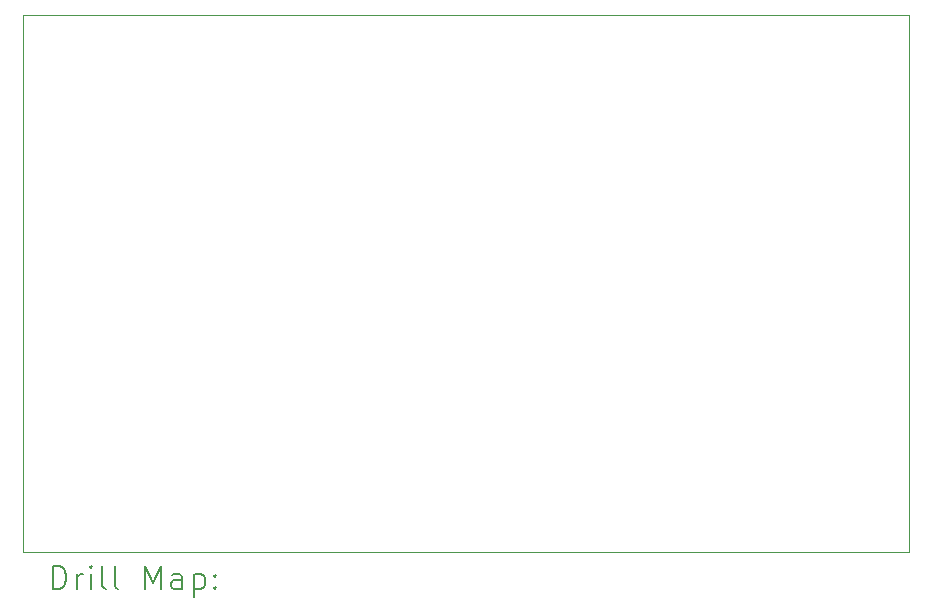
<source format=gbr>
%TF.GenerationSoftware,KiCad,Pcbnew,9.0.6*%
%TF.CreationDate,2025-12-17T23:03:54-08:00*%
%TF.ProjectId,LichKingChorus,4c696368-4b69-46e6-9743-686f7275732e,rev?*%
%TF.SameCoordinates,Original*%
%TF.FileFunction,Drillmap*%
%TF.FilePolarity,Positive*%
%FSLAX45Y45*%
G04 Gerber Fmt 4.5, Leading zero omitted, Abs format (unit mm)*
G04 Created by KiCad (PCBNEW 9.0.6) date 2025-12-17 23:03:54*
%MOMM*%
%LPD*%
G01*
G04 APERTURE LIST*
%ADD10C,0.100000*%
%ADD11C,0.200000*%
G04 APERTURE END LIST*
D10*
X12450000Y-7200000D02*
X19950000Y-7200000D01*
X19950000Y-11750000D01*
X12450000Y-11750000D01*
X12450000Y-7200000D01*
D11*
X12705777Y-12066484D02*
X12705777Y-11866484D01*
X12705777Y-11866484D02*
X12753396Y-11866484D01*
X12753396Y-11866484D02*
X12781967Y-11876008D01*
X12781967Y-11876008D02*
X12801015Y-11895055D01*
X12801015Y-11895055D02*
X12810539Y-11914103D01*
X12810539Y-11914103D02*
X12820062Y-11952198D01*
X12820062Y-11952198D02*
X12820062Y-11980769D01*
X12820062Y-11980769D02*
X12810539Y-12018865D01*
X12810539Y-12018865D02*
X12801015Y-12037912D01*
X12801015Y-12037912D02*
X12781967Y-12056960D01*
X12781967Y-12056960D02*
X12753396Y-12066484D01*
X12753396Y-12066484D02*
X12705777Y-12066484D01*
X12905777Y-12066484D02*
X12905777Y-11933150D01*
X12905777Y-11971246D02*
X12915301Y-11952198D01*
X12915301Y-11952198D02*
X12924824Y-11942674D01*
X12924824Y-11942674D02*
X12943872Y-11933150D01*
X12943872Y-11933150D02*
X12962920Y-11933150D01*
X13029586Y-12066484D02*
X13029586Y-11933150D01*
X13029586Y-11866484D02*
X13020062Y-11876008D01*
X13020062Y-11876008D02*
X13029586Y-11885531D01*
X13029586Y-11885531D02*
X13039110Y-11876008D01*
X13039110Y-11876008D02*
X13029586Y-11866484D01*
X13029586Y-11866484D02*
X13029586Y-11885531D01*
X13153396Y-12066484D02*
X13134348Y-12056960D01*
X13134348Y-12056960D02*
X13124824Y-12037912D01*
X13124824Y-12037912D02*
X13124824Y-11866484D01*
X13258158Y-12066484D02*
X13239110Y-12056960D01*
X13239110Y-12056960D02*
X13229586Y-12037912D01*
X13229586Y-12037912D02*
X13229586Y-11866484D01*
X13486729Y-12066484D02*
X13486729Y-11866484D01*
X13486729Y-11866484D02*
X13553396Y-12009341D01*
X13553396Y-12009341D02*
X13620062Y-11866484D01*
X13620062Y-11866484D02*
X13620062Y-12066484D01*
X13801015Y-12066484D02*
X13801015Y-11961722D01*
X13801015Y-11961722D02*
X13791491Y-11942674D01*
X13791491Y-11942674D02*
X13772443Y-11933150D01*
X13772443Y-11933150D02*
X13734348Y-11933150D01*
X13734348Y-11933150D02*
X13715301Y-11942674D01*
X13801015Y-12056960D02*
X13781967Y-12066484D01*
X13781967Y-12066484D02*
X13734348Y-12066484D01*
X13734348Y-12066484D02*
X13715301Y-12056960D01*
X13715301Y-12056960D02*
X13705777Y-12037912D01*
X13705777Y-12037912D02*
X13705777Y-12018865D01*
X13705777Y-12018865D02*
X13715301Y-11999817D01*
X13715301Y-11999817D02*
X13734348Y-11990293D01*
X13734348Y-11990293D02*
X13781967Y-11990293D01*
X13781967Y-11990293D02*
X13801015Y-11980769D01*
X13896253Y-11933150D02*
X13896253Y-12133150D01*
X13896253Y-11942674D02*
X13915301Y-11933150D01*
X13915301Y-11933150D02*
X13953396Y-11933150D01*
X13953396Y-11933150D02*
X13972443Y-11942674D01*
X13972443Y-11942674D02*
X13981967Y-11952198D01*
X13981967Y-11952198D02*
X13991491Y-11971246D01*
X13991491Y-11971246D02*
X13991491Y-12028388D01*
X13991491Y-12028388D02*
X13981967Y-12047436D01*
X13981967Y-12047436D02*
X13972443Y-12056960D01*
X13972443Y-12056960D02*
X13953396Y-12066484D01*
X13953396Y-12066484D02*
X13915301Y-12066484D01*
X13915301Y-12066484D02*
X13896253Y-12056960D01*
X14077205Y-12047436D02*
X14086729Y-12056960D01*
X14086729Y-12056960D02*
X14077205Y-12066484D01*
X14077205Y-12066484D02*
X14067682Y-12056960D01*
X14067682Y-12056960D02*
X14077205Y-12047436D01*
X14077205Y-12047436D02*
X14077205Y-12066484D01*
X14077205Y-11942674D02*
X14086729Y-11952198D01*
X14086729Y-11952198D02*
X14077205Y-11961722D01*
X14077205Y-11961722D02*
X14067682Y-11952198D01*
X14067682Y-11952198D02*
X14077205Y-11942674D01*
X14077205Y-11942674D02*
X14077205Y-11961722D01*
M02*

</source>
